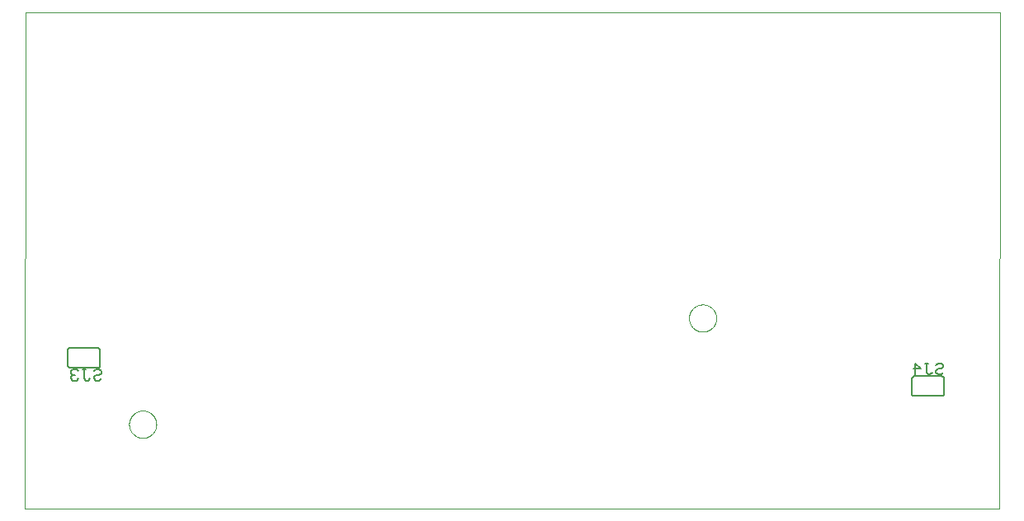
<source format=gbo>
G75*
%MOIN*%
%OFA0B0*%
%FSLAX25Y25*%
%IPPOS*%
%LPD*%
%AMOC8*
5,1,8,0,0,1.08239X$1,22.5*
%
%ADD10C,0.00000*%
%ADD11C,0.00600*%
%ADD12C,0.00500*%
D10*
X0001000Y0021728D02*
X0001400Y0222489D01*
X0395101Y0222489D01*
X0394701Y0021728D01*
X0001000Y0021728D01*
X0043288Y0055828D02*
X0043290Y0055976D01*
X0043296Y0056124D01*
X0043306Y0056272D01*
X0043320Y0056419D01*
X0043338Y0056566D01*
X0043359Y0056712D01*
X0043385Y0056858D01*
X0043415Y0057003D01*
X0043448Y0057147D01*
X0043486Y0057290D01*
X0043527Y0057432D01*
X0043572Y0057573D01*
X0043620Y0057713D01*
X0043673Y0057852D01*
X0043729Y0057989D01*
X0043789Y0058124D01*
X0043852Y0058258D01*
X0043919Y0058390D01*
X0043990Y0058520D01*
X0044064Y0058648D01*
X0044141Y0058774D01*
X0044222Y0058898D01*
X0044306Y0059020D01*
X0044393Y0059139D01*
X0044484Y0059256D01*
X0044578Y0059371D01*
X0044674Y0059483D01*
X0044774Y0059593D01*
X0044876Y0059699D01*
X0044982Y0059803D01*
X0045090Y0059904D01*
X0045201Y0060002D01*
X0045314Y0060098D01*
X0045430Y0060190D01*
X0045548Y0060279D01*
X0045669Y0060364D01*
X0045792Y0060447D01*
X0045917Y0060526D01*
X0046044Y0060602D01*
X0046173Y0060674D01*
X0046304Y0060743D01*
X0046437Y0060808D01*
X0046572Y0060869D01*
X0046708Y0060927D01*
X0046845Y0060982D01*
X0046984Y0061032D01*
X0047125Y0061079D01*
X0047266Y0061122D01*
X0047409Y0061162D01*
X0047553Y0061197D01*
X0047697Y0061229D01*
X0047843Y0061256D01*
X0047989Y0061280D01*
X0048136Y0061300D01*
X0048283Y0061316D01*
X0048430Y0061328D01*
X0048578Y0061336D01*
X0048726Y0061340D01*
X0048874Y0061340D01*
X0049022Y0061336D01*
X0049170Y0061328D01*
X0049317Y0061316D01*
X0049464Y0061300D01*
X0049611Y0061280D01*
X0049757Y0061256D01*
X0049903Y0061229D01*
X0050047Y0061197D01*
X0050191Y0061162D01*
X0050334Y0061122D01*
X0050475Y0061079D01*
X0050616Y0061032D01*
X0050755Y0060982D01*
X0050892Y0060927D01*
X0051028Y0060869D01*
X0051163Y0060808D01*
X0051296Y0060743D01*
X0051427Y0060674D01*
X0051556Y0060602D01*
X0051683Y0060526D01*
X0051808Y0060447D01*
X0051931Y0060364D01*
X0052052Y0060279D01*
X0052170Y0060190D01*
X0052286Y0060098D01*
X0052399Y0060002D01*
X0052510Y0059904D01*
X0052618Y0059803D01*
X0052724Y0059699D01*
X0052826Y0059593D01*
X0052926Y0059483D01*
X0053022Y0059371D01*
X0053116Y0059256D01*
X0053207Y0059139D01*
X0053294Y0059020D01*
X0053378Y0058898D01*
X0053459Y0058774D01*
X0053536Y0058648D01*
X0053610Y0058520D01*
X0053681Y0058390D01*
X0053748Y0058258D01*
X0053811Y0058124D01*
X0053871Y0057989D01*
X0053927Y0057852D01*
X0053980Y0057713D01*
X0054028Y0057573D01*
X0054073Y0057432D01*
X0054114Y0057290D01*
X0054152Y0057147D01*
X0054185Y0057003D01*
X0054215Y0056858D01*
X0054241Y0056712D01*
X0054262Y0056566D01*
X0054280Y0056419D01*
X0054294Y0056272D01*
X0054304Y0056124D01*
X0054310Y0055976D01*
X0054312Y0055828D01*
X0054310Y0055680D01*
X0054304Y0055532D01*
X0054294Y0055384D01*
X0054280Y0055237D01*
X0054262Y0055090D01*
X0054241Y0054944D01*
X0054215Y0054798D01*
X0054185Y0054653D01*
X0054152Y0054509D01*
X0054114Y0054366D01*
X0054073Y0054224D01*
X0054028Y0054083D01*
X0053980Y0053943D01*
X0053927Y0053804D01*
X0053871Y0053667D01*
X0053811Y0053532D01*
X0053748Y0053398D01*
X0053681Y0053266D01*
X0053610Y0053136D01*
X0053536Y0053008D01*
X0053459Y0052882D01*
X0053378Y0052758D01*
X0053294Y0052636D01*
X0053207Y0052517D01*
X0053116Y0052400D01*
X0053022Y0052285D01*
X0052926Y0052173D01*
X0052826Y0052063D01*
X0052724Y0051957D01*
X0052618Y0051853D01*
X0052510Y0051752D01*
X0052399Y0051654D01*
X0052286Y0051558D01*
X0052170Y0051466D01*
X0052052Y0051377D01*
X0051931Y0051292D01*
X0051808Y0051209D01*
X0051683Y0051130D01*
X0051556Y0051054D01*
X0051427Y0050982D01*
X0051296Y0050913D01*
X0051163Y0050848D01*
X0051028Y0050787D01*
X0050892Y0050729D01*
X0050755Y0050674D01*
X0050616Y0050624D01*
X0050475Y0050577D01*
X0050334Y0050534D01*
X0050191Y0050494D01*
X0050047Y0050459D01*
X0049903Y0050427D01*
X0049757Y0050400D01*
X0049611Y0050376D01*
X0049464Y0050356D01*
X0049317Y0050340D01*
X0049170Y0050328D01*
X0049022Y0050320D01*
X0048874Y0050316D01*
X0048726Y0050316D01*
X0048578Y0050320D01*
X0048430Y0050328D01*
X0048283Y0050340D01*
X0048136Y0050356D01*
X0047989Y0050376D01*
X0047843Y0050400D01*
X0047697Y0050427D01*
X0047553Y0050459D01*
X0047409Y0050494D01*
X0047266Y0050534D01*
X0047125Y0050577D01*
X0046984Y0050624D01*
X0046845Y0050674D01*
X0046708Y0050729D01*
X0046572Y0050787D01*
X0046437Y0050848D01*
X0046304Y0050913D01*
X0046173Y0050982D01*
X0046044Y0051054D01*
X0045917Y0051130D01*
X0045792Y0051209D01*
X0045669Y0051292D01*
X0045548Y0051377D01*
X0045430Y0051466D01*
X0045314Y0051558D01*
X0045201Y0051654D01*
X0045090Y0051752D01*
X0044982Y0051853D01*
X0044876Y0051957D01*
X0044774Y0052063D01*
X0044674Y0052173D01*
X0044578Y0052285D01*
X0044484Y0052400D01*
X0044393Y0052517D01*
X0044306Y0052636D01*
X0044222Y0052758D01*
X0044141Y0052882D01*
X0044064Y0053008D01*
X0043990Y0053136D01*
X0043919Y0053266D01*
X0043852Y0053398D01*
X0043789Y0053532D01*
X0043729Y0053667D01*
X0043673Y0053804D01*
X0043620Y0053943D01*
X0043572Y0054083D01*
X0043527Y0054224D01*
X0043486Y0054366D01*
X0043448Y0054509D01*
X0043415Y0054653D01*
X0043385Y0054798D01*
X0043359Y0054944D01*
X0043338Y0055090D01*
X0043320Y0055237D01*
X0043306Y0055384D01*
X0043296Y0055532D01*
X0043290Y0055680D01*
X0043288Y0055828D01*
X0269488Y0098728D02*
X0269490Y0098876D01*
X0269496Y0099024D01*
X0269506Y0099172D01*
X0269520Y0099319D01*
X0269538Y0099466D01*
X0269559Y0099612D01*
X0269585Y0099758D01*
X0269615Y0099903D01*
X0269648Y0100047D01*
X0269686Y0100190D01*
X0269727Y0100332D01*
X0269772Y0100473D01*
X0269820Y0100613D01*
X0269873Y0100752D01*
X0269929Y0100889D01*
X0269989Y0101024D01*
X0270052Y0101158D01*
X0270119Y0101290D01*
X0270190Y0101420D01*
X0270264Y0101548D01*
X0270341Y0101674D01*
X0270422Y0101798D01*
X0270506Y0101920D01*
X0270593Y0102039D01*
X0270684Y0102156D01*
X0270778Y0102271D01*
X0270874Y0102383D01*
X0270974Y0102493D01*
X0271076Y0102599D01*
X0271182Y0102703D01*
X0271290Y0102804D01*
X0271401Y0102902D01*
X0271514Y0102998D01*
X0271630Y0103090D01*
X0271748Y0103179D01*
X0271869Y0103264D01*
X0271992Y0103347D01*
X0272117Y0103426D01*
X0272244Y0103502D01*
X0272373Y0103574D01*
X0272504Y0103643D01*
X0272637Y0103708D01*
X0272772Y0103769D01*
X0272908Y0103827D01*
X0273045Y0103882D01*
X0273184Y0103932D01*
X0273325Y0103979D01*
X0273466Y0104022D01*
X0273609Y0104062D01*
X0273753Y0104097D01*
X0273897Y0104129D01*
X0274043Y0104156D01*
X0274189Y0104180D01*
X0274336Y0104200D01*
X0274483Y0104216D01*
X0274630Y0104228D01*
X0274778Y0104236D01*
X0274926Y0104240D01*
X0275074Y0104240D01*
X0275222Y0104236D01*
X0275370Y0104228D01*
X0275517Y0104216D01*
X0275664Y0104200D01*
X0275811Y0104180D01*
X0275957Y0104156D01*
X0276103Y0104129D01*
X0276247Y0104097D01*
X0276391Y0104062D01*
X0276534Y0104022D01*
X0276675Y0103979D01*
X0276816Y0103932D01*
X0276955Y0103882D01*
X0277092Y0103827D01*
X0277228Y0103769D01*
X0277363Y0103708D01*
X0277496Y0103643D01*
X0277627Y0103574D01*
X0277756Y0103502D01*
X0277883Y0103426D01*
X0278008Y0103347D01*
X0278131Y0103264D01*
X0278252Y0103179D01*
X0278370Y0103090D01*
X0278486Y0102998D01*
X0278599Y0102902D01*
X0278710Y0102804D01*
X0278818Y0102703D01*
X0278924Y0102599D01*
X0279026Y0102493D01*
X0279126Y0102383D01*
X0279222Y0102271D01*
X0279316Y0102156D01*
X0279407Y0102039D01*
X0279494Y0101920D01*
X0279578Y0101798D01*
X0279659Y0101674D01*
X0279736Y0101548D01*
X0279810Y0101420D01*
X0279881Y0101290D01*
X0279948Y0101158D01*
X0280011Y0101024D01*
X0280071Y0100889D01*
X0280127Y0100752D01*
X0280180Y0100613D01*
X0280228Y0100473D01*
X0280273Y0100332D01*
X0280314Y0100190D01*
X0280352Y0100047D01*
X0280385Y0099903D01*
X0280415Y0099758D01*
X0280441Y0099612D01*
X0280462Y0099466D01*
X0280480Y0099319D01*
X0280494Y0099172D01*
X0280504Y0099024D01*
X0280510Y0098876D01*
X0280512Y0098728D01*
X0280510Y0098580D01*
X0280504Y0098432D01*
X0280494Y0098284D01*
X0280480Y0098137D01*
X0280462Y0097990D01*
X0280441Y0097844D01*
X0280415Y0097698D01*
X0280385Y0097553D01*
X0280352Y0097409D01*
X0280314Y0097266D01*
X0280273Y0097124D01*
X0280228Y0096983D01*
X0280180Y0096843D01*
X0280127Y0096704D01*
X0280071Y0096567D01*
X0280011Y0096432D01*
X0279948Y0096298D01*
X0279881Y0096166D01*
X0279810Y0096036D01*
X0279736Y0095908D01*
X0279659Y0095782D01*
X0279578Y0095658D01*
X0279494Y0095536D01*
X0279407Y0095417D01*
X0279316Y0095300D01*
X0279222Y0095185D01*
X0279126Y0095073D01*
X0279026Y0094963D01*
X0278924Y0094857D01*
X0278818Y0094753D01*
X0278710Y0094652D01*
X0278599Y0094554D01*
X0278486Y0094458D01*
X0278370Y0094366D01*
X0278252Y0094277D01*
X0278131Y0094192D01*
X0278008Y0094109D01*
X0277883Y0094030D01*
X0277756Y0093954D01*
X0277627Y0093882D01*
X0277496Y0093813D01*
X0277363Y0093748D01*
X0277228Y0093687D01*
X0277092Y0093629D01*
X0276955Y0093574D01*
X0276816Y0093524D01*
X0276675Y0093477D01*
X0276534Y0093434D01*
X0276391Y0093394D01*
X0276247Y0093359D01*
X0276103Y0093327D01*
X0275957Y0093300D01*
X0275811Y0093276D01*
X0275664Y0093256D01*
X0275517Y0093240D01*
X0275370Y0093228D01*
X0275222Y0093220D01*
X0275074Y0093216D01*
X0274926Y0093216D01*
X0274778Y0093220D01*
X0274630Y0093228D01*
X0274483Y0093240D01*
X0274336Y0093256D01*
X0274189Y0093276D01*
X0274043Y0093300D01*
X0273897Y0093327D01*
X0273753Y0093359D01*
X0273609Y0093394D01*
X0273466Y0093434D01*
X0273325Y0093477D01*
X0273184Y0093524D01*
X0273045Y0093574D01*
X0272908Y0093629D01*
X0272772Y0093687D01*
X0272637Y0093748D01*
X0272504Y0093813D01*
X0272373Y0093882D01*
X0272244Y0093954D01*
X0272117Y0094030D01*
X0271992Y0094109D01*
X0271869Y0094192D01*
X0271748Y0094277D01*
X0271630Y0094366D01*
X0271514Y0094458D01*
X0271401Y0094554D01*
X0271290Y0094652D01*
X0271182Y0094753D01*
X0271076Y0094857D01*
X0270974Y0094963D01*
X0270874Y0095073D01*
X0270778Y0095185D01*
X0270684Y0095300D01*
X0270593Y0095417D01*
X0270506Y0095536D01*
X0270422Y0095658D01*
X0270341Y0095782D01*
X0270264Y0095908D01*
X0270190Y0096036D01*
X0270119Y0096166D01*
X0270052Y0096298D01*
X0269989Y0096432D01*
X0269929Y0096567D01*
X0269873Y0096704D01*
X0269820Y0096843D01*
X0269772Y0096983D01*
X0269727Y0097124D01*
X0269686Y0097266D01*
X0269648Y0097409D01*
X0269615Y0097553D01*
X0269585Y0097698D01*
X0269559Y0097844D01*
X0269538Y0097990D01*
X0269520Y0098137D01*
X0269506Y0098284D01*
X0269496Y0098432D01*
X0269490Y0098580D01*
X0269488Y0098728D01*
D11*
X0359550Y0074278D02*
X0359550Y0068278D01*
X0359552Y0068218D01*
X0359557Y0068157D01*
X0359566Y0068098D01*
X0359579Y0068039D01*
X0359595Y0067980D01*
X0359615Y0067923D01*
X0359638Y0067868D01*
X0359665Y0067813D01*
X0359694Y0067761D01*
X0359727Y0067710D01*
X0359763Y0067661D01*
X0359801Y0067615D01*
X0359843Y0067571D01*
X0359887Y0067529D01*
X0359933Y0067491D01*
X0359982Y0067455D01*
X0360033Y0067422D01*
X0360085Y0067393D01*
X0360140Y0067366D01*
X0360195Y0067343D01*
X0360252Y0067323D01*
X0360311Y0067307D01*
X0360370Y0067294D01*
X0360429Y0067285D01*
X0360490Y0067280D01*
X0360550Y0067278D01*
X0371550Y0067278D01*
X0371610Y0067280D01*
X0371671Y0067285D01*
X0371730Y0067294D01*
X0371789Y0067307D01*
X0371848Y0067323D01*
X0371905Y0067343D01*
X0371960Y0067366D01*
X0372015Y0067393D01*
X0372067Y0067422D01*
X0372118Y0067455D01*
X0372167Y0067491D01*
X0372213Y0067529D01*
X0372257Y0067571D01*
X0372299Y0067615D01*
X0372337Y0067661D01*
X0372373Y0067710D01*
X0372406Y0067761D01*
X0372435Y0067813D01*
X0372462Y0067868D01*
X0372485Y0067923D01*
X0372505Y0067980D01*
X0372521Y0068039D01*
X0372534Y0068098D01*
X0372543Y0068157D01*
X0372548Y0068218D01*
X0372550Y0068278D01*
X0372550Y0074278D01*
X0372548Y0074338D01*
X0372543Y0074399D01*
X0372534Y0074458D01*
X0372521Y0074517D01*
X0372505Y0074576D01*
X0372485Y0074633D01*
X0372462Y0074688D01*
X0372435Y0074743D01*
X0372406Y0074795D01*
X0372373Y0074846D01*
X0372337Y0074895D01*
X0372299Y0074941D01*
X0372257Y0074985D01*
X0372213Y0075027D01*
X0372167Y0075065D01*
X0372118Y0075101D01*
X0372067Y0075134D01*
X0372015Y0075163D01*
X0371960Y0075190D01*
X0371905Y0075213D01*
X0371848Y0075233D01*
X0371789Y0075249D01*
X0371730Y0075262D01*
X0371671Y0075271D01*
X0371610Y0075276D01*
X0371550Y0075278D01*
X0360550Y0075278D01*
X0360490Y0075276D01*
X0360429Y0075271D01*
X0360370Y0075262D01*
X0360311Y0075249D01*
X0360252Y0075233D01*
X0360195Y0075213D01*
X0360140Y0075190D01*
X0360085Y0075163D01*
X0360033Y0075134D01*
X0359982Y0075101D01*
X0359933Y0075065D01*
X0359887Y0075027D01*
X0359843Y0074985D01*
X0359801Y0074941D01*
X0359763Y0074895D01*
X0359727Y0074846D01*
X0359694Y0074795D01*
X0359665Y0074743D01*
X0359638Y0074688D01*
X0359615Y0074633D01*
X0359595Y0074576D01*
X0359579Y0074517D01*
X0359566Y0074458D01*
X0359557Y0074399D01*
X0359552Y0074338D01*
X0359550Y0074278D01*
X0031500Y0079728D02*
X0031500Y0085728D01*
X0031498Y0085788D01*
X0031493Y0085849D01*
X0031484Y0085908D01*
X0031471Y0085967D01*
X0031455Y0086026D01*
X0031435Y0086083D01*
X0031412Y0086138D01*
X0031385Y0086193D01*
X0031356Y0086245D01*
X0031323Y0086296D01*
X0031287Y0086345D01*
X0031249Y0086391D01*
X0031207Y0086435D01*
X0031163Y0086477D01*
X0031117Y0086515D01*
X0031068Y0086551D01*
X0031017Y0086584D01*
X0030965Y0086613D01*
X0030910Y0086640D01*
X0030855Y0086663D01*
X0030798Y0086683D01*
X0030739Y0086699D01*
X0030680Y0086712D01*
X0030621Y0086721D01*
X0030560Y0086726D01*
X0030500Y0086728D01*
X0019500Y0086728D01*
X0019440Y0086726D01*
X0019379Y0086721D01*
X0019320Y0086712D01*
X0019261Y0086699D01*
X0019202Y0086683D01*
X0019145Y0086663D01*
X0019090Y0086640D01*
X0019035Y0086613D01*
X0018983Y0086584D01*
X0018932Y0086551D01*
X0018883Y0086515D01*
X0018837Y0086477D01*
X0018793Y0086435D01*
X0018751Y0086391D01*
X0018713Y0086345D01*
X0018677Y0086296D01*
X0018644Y0086245D01*
X0018615Y0086193D01*
X0018588Y0086138D01*
X0018565Y0086083D01*
X0018545Y0086026D01*
X0018529Y0085967D01*
X0018516Y0085908D01*
X0018507Y0085849D01*
X0018502Y0085788D01*
X0018500Y0085728D01*
X0018500Y0079728D01*
X0018502Y0079668D01*
X0018507Y0079607D01*
X0018516Y0079548D01*
X0018529Y0079489D01*
X0018545Y0079430D01*
X0018565Y0079373D01*
X0018588Y0079318D01*
X0018615Y0079263D01*
X0018644Y0079211D01*
X0018677Y0079160D01*
X0018713Y0079111D01*
X0018751Y0079065D01*
X0018793Y0079021D01*
X0018837Y0078979D01*
X0018883Y0078941D01*
X0018932Y0078905D01*
X0018983Y0078872D01*
X0019035Y0078843D01*
X0019090Y0078816D01*
X0019145Y0078793D01*
X0019202Y0078773D01*
X0019261Y0078757D01*
X0019320Y0078744D01*
X0019379Y0078735D01*
X0019440Y0078730D01*
X0019500Y0078728D01*
X0030500Y0078728D01*
X0030560Y0078730D01*
X0030621Y0078735D01*
X0030680Y0078744D01*
X0030739Y0078757D01*
X0030798Y0078773D01*
X0030855Y0078793D01*
X0030910Y0078816D01*
X0030965Y0078843D01*
X0031017Y0078872D01*
X0031068Y0078905D01*
X0031117Y0078941D01*
X0031163Y0078979D01*
X0031207Y0079021D01*
X0031249Y0079065D01*
X0031287Y0079111D01*
X0031323Y0079160D01*
X0031356Y0079211D01*
X0031385Y0079263D01*
X0031412Y0079318D01*
X0031435Y0079373D01*
X0031455Y0079430D01*
X0031471Y0079489D01*
X0031484Y0079548D01*
X0031493Y0079607D01*
X0031498Y0079668D01*
X0031500Y0079728D01*
D12*
X0031311Y0077982D02*
X0032062Y0077232D01*
X0032062Y0076481D01*
X0031311Y0075730D01*
X0029810Y0075730D01*
X0029059Y0074980D01*
X0029059Y0074229D01*
X0029810Y0073478D01*
X0031311Y0073478D01*
X0032062Y0074229D01*
X0029059Y0077232D02*
X0029810Y0077982D01*
X0031311Y0077982D01*
X0025957Y0077982D02*
X0024455Y0077982D01*
X0025206Y0077982D02*
X0025206Y0074229D01*
X0025957Y0073478D01*
X0026707Y0073478D01*
X0027458Y0074229D01*
X0022854Y0074229D02*
X0022103Y0073478D01*
X0020602Y0073478D01*
X0019851Y0074229D01*
X0019851Y0074980D01*
X0020602Y0075730D01*
X0021353Y0075730D01*
X0020602Y0075730D02*
X0019851Y0076481D01*
X0019851Y0077232D01*
X0020602Y0077982D01*
X0022103Y0077982D01*
X0022854Y0077232D01*
X0360090Y0078280D02*
X0363092Y0078280D01*
X0360840Y0080532D01*
X0360840Y0076028D01*
X0365444Y0076779D02*
X0365444Y0080532D01*
X0364694Y0080532D02*
X0366195Y0080532D01*
X0369297Y0079782D02*
X0370048Y0080532D01*
X0371549Y0080532D01*
X0372300Y0079782D01*
X0372300Y0079031D01*
X0371549Y0078280D01*
X0370048Y0078280D01*
X0369297Y0077530D01*
X0369297Y0076779D01*
X0370048Y0076028D01*
X0371549Y0076028D01*
X0372300Y0076779D01*
X0367696Y0076779D02*
X0366945Y0076028D01*
X0366195Y0076028D01*
X0365444Y0076779D01*
M02*

</source>
